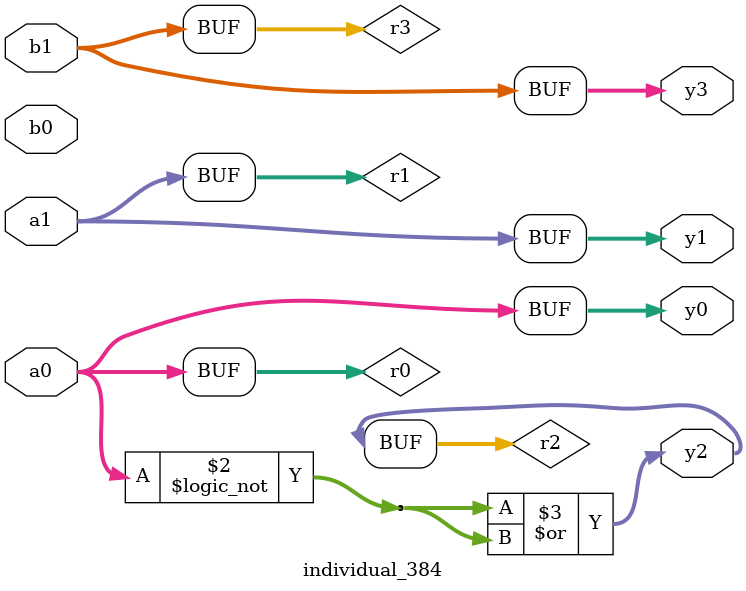
<source format=sv>
module individual_384(input logic [15:0] a1, input logic [15:0] a0, input logic [15:0] b1, input logic [15:0] b0, output logic [15:0] y3, output logic [15:0] y2, output logic [15:0] y1, output logic [15:0] y0);
logic [15:0] r0, r1, r2, r3; 
 always@(*) begin 
	 r0 = a0; r1 = a1; r2 = b0; r3 = b1; 
 	 r2 = ! a0 ;
 	 r2  |=  r2 ;
 	 y3 = r3; y2 = r2; y1 = r1; y0 = r0; 
end
endmodule
</source>
